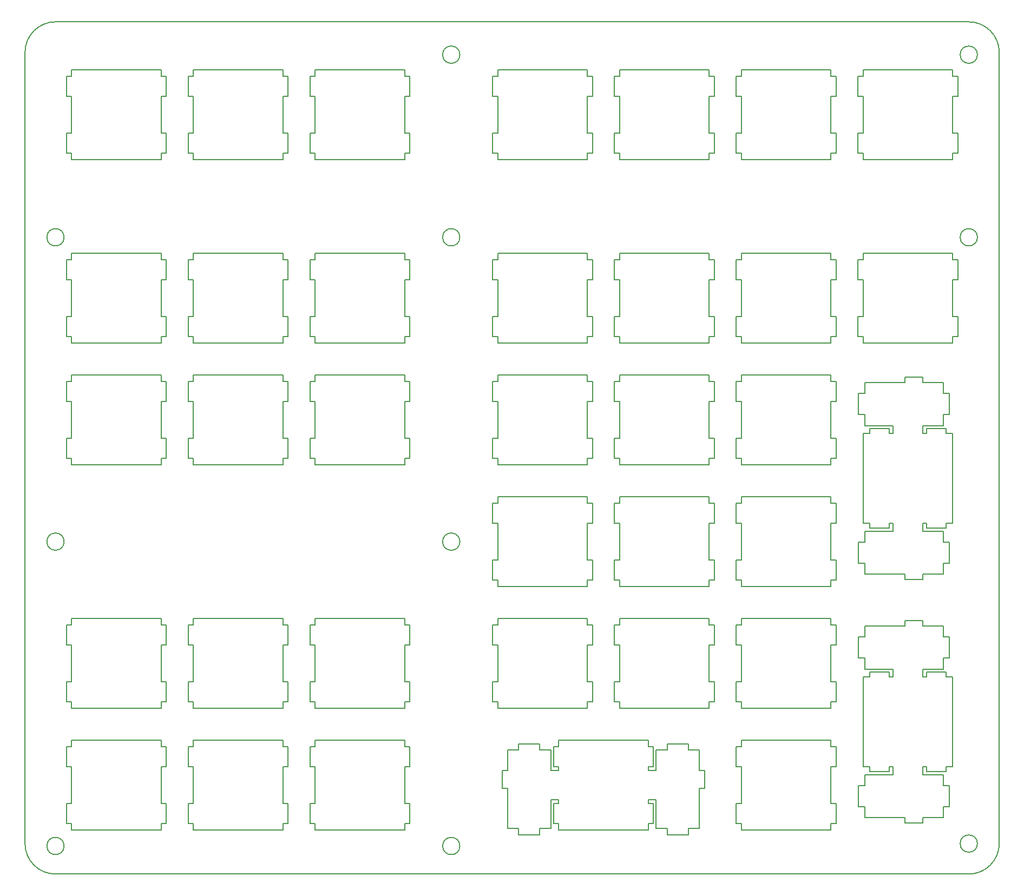
<source format=gbr>
%TF.GenerationSoftware,KiCad,Pcbnew,7.0.9*%
%TF.CreationDate,2023-12-19T13:09:28-08:00*%
%TF.ProjectId,Numpad-Plate,4e756d70-6164-42d5-906c-6174652e6b69,rev?*%
%TF.SameCoordinates,Original*%
%TF.FileFunction,Soldermask,Top*%
%TF.FilePolarity,Negative*%
%FSLAX46Y46*%
G04 Gerber Fmt 4.6, Leading zero omitted, Abs format (unit mm)*
G04 Created by KiCad (PCBNEW 7.0.9) date 2023-12-19 13:09:28*
%MOMM*%
%LPD*%
G01*
G04 APERTURE LIST*
%ADD10C,0.200000*%
G04 APERTURE END LIST*
D10*
X123099500Y-137704902D02*
X123099500Y-140934902D01*
X155424500Y-64134902D02*
X154624500Y-64134902D01*
X124824500Y-137704902D02*
X123099500Y-137704902D01*
X140624500Y-60034902D02*
X154624500Y-60034902D01*
X128124500Y-137704902D02*
X128124500Y-136784902D01*
X139824500Y-64134902D02*
X139824500Y-61034902D01*
X129849500Y-137704902D02*
X128124500Y-137704902D01*
X145899500Y-140334902D02*
X145099500Y-140334902D01*
X120774500Y-83184902D02*
X120774500Y-80084902D01*
X174474500Y-149234902D02*
X173674500Y-149234902D01*
X135574500Y-74034902D02*
X121574500Y-74034902D01*
X174474500Y-146134902D02*
X174474500Y-149234902D01*
X135574500Y-73034902D02*
X135574500Y-74034902D01*
X192724500Y-73034902D02*
X192724500Y-74034902D01*
X106999500Y-146134902D02*
X107799500Y-146134902D01*
X193524500Y-73034902D02*
X192724500Y-73034902D01*
X92199500Y-146134902D02*
X92999500Y-146134902D01*
X192724500Y-64134902D02*
X192724500Y-69934902D01*
X106999500Y-140334902D02*
X106999500Y-146134902D01*
X193524500Y-64134902D02*
X192724500Y-64134902D01*
X92999500Y-146134902D02*
X92999500Y-140334902D01*
X155424500Y-108034902D02*
X155424500Y-111134902D01*
X87949500Y-127084902D02*
X88749500Y-127084902D01*
X139824500Y-111134902D02*
X139824500Y-108034902D01*
X73149500Y-127084902D02*
X73949500Y-127084902D01*
X140624500Y-108034902D02*
X140624500Y-102234902D01*
X87949500Y-121284902D02*
X87949500Y-127084902D01*
X139824500Y-130184902D02*
X139824500Y-127084902D01*
X92199500Y-127084902D02*
X92999500Y-127084902D01*
X155424500Y-127084902D02*
X155424500Y-130184902D01*
X106999500Y-127084902D02*
X107799500Y-127084902D01*
X174474500Y-108034902D02*
X174474500Y-111134902D01*
X68899500Y-150234902D02*
X54899500Y-150234902D01*
X159674500Y-98134902D02*
X173674500Y-98134902D01*
X54899500Y-150234902D02*
X54899500Y-149234902D01*
X47612500Y-152386500D02*
X47612500Y-133337500D01*
X54899500Y-32335800D02*
X54899500Y-31335800D01*
X73949500Y-44335800D02*
X73149500Y-44335800D01*
X87949500Y-44335800D02*
X87949500Y-45335800D01*
X88749500Y-35435800D02*
X87949500Y-35435800D01*
X107799500Y-41235800D02*
X107799500Y-44335800D01*
X107799500Y-35435800D02*
X106999500Y-35435800D01*
X121574500Y-31335800D02*
X135574500Y-31335800D01*
X136374500Y-127084902D02*
X136374500Y-130184902D01*
X54899500Y-131184902D02*
X54899500Y-130184902D01*
X136374500Y-32335800D02*
X136374500Y-35435800D01*
X121574500Y-117184902D02*
X135574500Y-117184902D01*
X54899500Y-130184902D02*
X54099500Y-130184902D01*
X136374500Y-35435800D02*
X135574500Y-35435800D01*
X136374500Y-121284902D02*
X135574500Y-121284902D01*
X54099500Y-130184902D02*
X54099500Y-127084902D01*
X52375500Y-23799486D02*
G75*
G03*
X47612500Y-28562500I23J-4763023D01*
G01*
X135574500Y-35435800D02*
X135574500Y-41235800D01*
X121574500Y-130184902D02*
X120774500Y-130184902D01*
X54099500Y-127084902D02*
X54899500Y-127084902D01*
X135574500Y-41235800D02*
X136374500Y-41235800D01*
X120774500Y-127084902D02*
X121574500Y-127084902D01*
X54899500Y-127084902D02*
X54899500Y-121284902D01*
X136374500Y-41235800D02*
X136374500Y-44335800D01*
X121574500Y-131184902D02*
X121574500Y-130184902D01*
X54899500Y-121284902D02*
X54099500Y-121284902D01*
X136374500Y-44335800D02*
X135574500Y-44335800D01*
X135574500Y-118184902D02*
X136374500Y-118184902D01*
X54099500Y-121284902D02*
X54099500Y-118184902D01*
X135574500Y-44335800D02*
X135574500Y-45335800D01*
X115636500Y-28934902D02*
G75*
G03*
X115636500Y-28934902I-1350000J0D01*
G01*
X135574500Y-127084902D02*
X136374500Y-127084902D01*
X54099500Y-118184902D02*
X54899500Y-118184902D01*
X135574500Y-45335800D02*
X121574500Y-45335800D01*
X121574500Y-121284902D02*
X120774500Y-121284902D01*
X54899500Y-118184902D02*
X54899500Y-117184902D01*
X121574500Y-45335800D02*
X121574500Y-44335800D01*
X135574500Y-130184902D02*
X135574500Y-131184902D01*
X121574500Y-44335800D02*
X120774500Y-44335800D01*
X121574500Y-118184902D02*
X121574500Y-117184902D01*
X120774500Y-44335800D02*
X120774500Y-41235800D01*
X136374500Y-130184902D02*
X135574500Y-130184902D01*
X73949500Y-117184902D02*
X87949500Y-117184902D01*
X120774500Y-41235800D02*
X121574500Y-41235800D01*
X135574500Y-117184902D02*
X135574500Y-118184902D01*
X88749500Y-127084902D02*
X88749500Y-130184902D01*
X121574500Y-41235800D02*
X121574500Y-35435800D01*
X120774500Y-118184902D02*
X121574500Y-118184902D01*
X121574500Y-35435800D02*
X120774500Y-35435800D01*
X155424500Y-99134902D02*
X155424500Y-102234902D01*
X120774500Y-35435800D02*
X120774500Y-32335800D01*
X154624500Y-112134902D02*
X140624500Y-112134902D01*
X73149500Y-121284902D02*
X73149500Y-118184902D01*
X120774500Y-32335800D02*
X121574500Y-32335800D01*
X154624500Y-102234902D02*
X154624500Y-108034902D01*
X87949500Y-131184902D02*
X73949500Y-131184902D01*
X121574500Y-32335800D02*
X121574500Y-31335800D01*
X140624500Y-31335800D02*
X154624500Y-31335800D01*
X139824500Y-102234902D02*
X139824500Y-99134902D01*
X73149500Y-130184902D02*
X73149500Y-127084902D01*
X155424500Y-41235800D02*
X155424500Y-44335800D01*
X140624500Y-98134902D02*
X154624500Y-98134902D01*
X88749500Y-130184902D02*
X87949500Y-130184902D01*
X139824500Y-35435800D02*
X139824500Y-32335800D01*
X155424500Y-102234902D02*
X154624500Y-102234902D01*
X87949500Y-118184902D02*
X88749500Y-118184902D01*
X154624500Y-45335800D02*
X140624500Y-45335800D01*
X140624500Y-111134902D02*
X139824500Y-111134902D01*
X73949500Y-121284902D02*
X73149500Y-121284902D01*
X140624500Y-41235800D02*
X140624500Y-35435800D01*
X139824500Y-108034902D02*
X140624500Y-108034902D01*
X73149500Y-118184902D02*
X73949500Y-118184902D01*
X154624500Y-35435800D02*
X154624500Y-41235800D01*
X140624500Y-112134902D02*
X140624500Y-111134902D01*
X73949500Y-130184902D02*
X73149500Y-130184902D01*
X155424500Y-32335800D02*
X155424500Y-35435800D01*
X154624500Y-99134902D02*
X155424500Y-99134902D01*
X87949500Y-130184902D02*
X87949500Y-131184902D01*
X139824500Y-44335800D02*
X139824500Y-41235800D01*
X154624500Y-108034902D02*
X155424500Y-108034902D01*
X73949500Y-118184902D02*
X73949500Y-117184902D01*
X139824500Y-41235800D02*
X140624500Y-41235800D01*
X140624500Y-102234902D02*
X139824500Y-102234902D01*
X73949500Y-131184902D02*
X73949500Y-130184902D01*
X154624500Y-41235800D02*
X155424500Y-41235800D01*
X154624500Y-111134902D02*
X154624500Y-112134902D01*
X87949500Y-117184902D02*
X87949500Y-118184902D01*
X155424500Y-44335800D02*
X154624500Y-44335800D01*
X140624500Y-99134902D02*
X140624500Y-98134902D01*
X88749500Y-121284902D02*
X87949500Y-121284902D01*
X154624500Y-32335800D02*
X155424500Y-32335800D01*
X155424500Y-111134902D02*
X154624500Y-111134902D01*
X92999500Y-117184902D02*
X106999500Y-117184902D01*
X140624500Y-35435800D02*
X139824500Y-35435800D01*
X154624500Y-98134902D02*
X154624500Y-99134902D01*
X107799500Y-127084902D02*
X107799500Y-130184902D01*
X139824500Y-32335800D02*
X140624500Y-32335800D01*
X139824500Y-99134902D02*
X140624500Y-99134902D01*
X140624500Y-44335800D02*
X139824500Y-44335800D01*
X155424500Y-118184902D02*
X155424500Y-121284902D01*
X154624500Y-44335800D02*
X154624500Y-45335800D01*
X154624500Y-131184902D02*
X140624500Y-131184902D01*
X92199500Y-121284902D02*
X92199500Y-118184902D01*
X140624500Y-32335800D02*
X140624500Y-31335800D01*
X154624500Y-121284902D02*
X154624500Y-127084902D01*
X106999500Y-131184902D02*
X92999500Y-131184902D01*
X140624500Y-45335800D02*
X140624500Y-44335800D01*
X154624500Y-31335800D02*
X154624500Y-32335800D01*
X140624500Y-127084902D02*
X140624500Y-121284902D01*
X106999500Y-121284902D02*
X106999500Y-127084902D01*
X155424500Y-35435800D02*
X154624500Y-35435800D01*
X159674500Y-31335800D02*
X173674500Y-31335800D01*
X139824500Y-121284902D02*
X139824500Y-118184902D01*
X92199500Y-130184902D02*
X92199500Y-127084902D01*
X174474500Y-41235800D02*
X174474500Y-44335800D01*
X140624500Y-117184902D02*
X154624500Y-117184902D01*
X107799500Y-130184902D02*
X106999500Y-130184902D01*
X158874500Y-35435800D02*
X158874500Y-32335800D01*
X155424500Y-121284902D02*
X154624500Y-121284902D01*
X106999500Y-118184902D02*
X107799500Y-118184902D01*
X173674500Y-45335800D02*
X159674500Y-45335800D01*
X140624500Y-130184902D02*
X139824500Y-130184902D01*
X92999500Y-121284902D02*
X92199500Y-121284902D01*
X159674500Y-41235800D02*
X159674500Y-35435800D01*
X139824500Y-127084902D02*
X140624500Y-127084902D01*
X92199500Y-118184902D02*
X92999500Y-118184902D01*
X173674500Y-35435800D02*
X173674500Y-41235800D01*
X140624500Y-131184902D02*
X140624500Y-130184902D01*
X92999500Y-130184902D02*
X92199500Y-130184902D01*
X174474500Y-32335800D02*
X174474500Y-35435800D01*
X154624500Y-118184902D02*
X155424500Y-118184902D01*
X106999500Y-130184902D02*
X106999500Y-131184902D01*
X158874500Y-44335800D02*
X158874500Y-41235800D01*
X154624500Y-127084902D02*
X155424500Y-127084902D01*
X92999500Y-118184902D02*
X92999500Y-117184902D01*
X158874500Y-41235800D02*
X159674500Y-41235800D01*
X140624500Y-121284902D02*
X139824500Y-121284902D01*
X92999500Y-131184902D02*
X92999500Y-130184902D01*
X173674500Y-41235800D02*
X174474500Y-41235800D01*
X154624500Y-130184902D02*
X154624500Y-131184902D01*
X106999500Y-117184902D02*
X106999500Y-118184902D01*
X174474500Y-44335800D02*
X173674500Y-44335800D01*
X140624500Y-118184902D02*
X140624500Y-117184902D01*
X107799500Y-121284902D02*
X106999500Y-121284902D01*
X173674500Y-32335800D02*
X174474500Y-32335800D01*
X155424500Y-130184902D02*
X154624500Y-130184902D01*
X159674500Y-35435800D02*
X158874500Y-35435800D01*
X154624500Y-117184902D02*
X154624500Y-118184902D01*
X54899500Y-136234902D02*
X68899500Y-136234902D01*
X158874500Y-32335800D02*
X159674500Y-32335800D01*
X139824500Y-118184902D02*
X140624500Y-118184902D01*
X68899500Y-136234902D02*
X68899500Y-137234902D01*
X159674500Y-44335800D02*
X158874500Y-44335800D01*
X174474500Y-99134902D02*
X174474500Y-102234902D01*
X68899500Y-137234902D02*
X69699500Y-137234902D01*
X173674500Y-44335800D02*
X173674500Y-45335800D01*
X173674500Y-112134902D02*
X159674500Y-112134902D01*
X69699500Y-137234902D02*
X69699500Y-140334902D01*
X159674500Y-32335800D02*
X159674500Y-31335800D01*
X173674500Y-102234902D02*
X173674500Y-108034902D01*
X69699500Y-140334902D02*
X68899500Y-140334902D01*
X159674500Y-45335800D02*
X159674500Y-44335800D01*
X173674500Y-31335800D02*
X173674500Y-32335800D01*
X159674500Y-108034902D02*
X159674500Y-102234902D01*
X68899500Y-146134902D02*
X69699500Y-146134902D01*
X174474500Y-35435800D02*
X173674500Y-35435800D01*
X158874500Y-102234902D02*
X158874500Y-99134902D01*
X69699500Y-149234902D02*
X68899500Y-149234902D01*
X178724500Y-31335800D02*
X192724500Y-31335800D01*
X158874500Y-111134902D02*
X158874500Y-108034902D01*
X68899500Y-149234902D02*
X68899500Y-150234902D01*
X193524500Y-41235800D02*
X193524500Y-44335800D01*
X174474500Y-102234902D02*
X173674500Y-102234902D01*
X54899500Y-149234902D02*
X54099500Y-149234902D01*
X177924500Y-35435800D02*
X177924500Y-32335800D01*
X159674500Y-111134902D02*
X158874500Y-111134902D01*
X54099500Y-149234902D02*
X54099500Y-146134902D01*
X192724500Y-45335800D02*
X178724500Y-45335800D01*
X158874500Y-108034902D02*
X159674500Y-108034902D01*
X54099500Y-146134902D02*
X54899500Y-146134902D01*
X178724500Y-41235800D02*
X178724500Y-35435800D01*
X159674500Y-112134902D02*
X159674500Y-111134902D01*
X54899500Y-146134902D02*
X54899500Y-140334902D01*
X192724500Y-35435800D02*
X192724500Y-41235800D01*
X173674500Y-99134902D02*
X174474500Y-99134902D01*
X54899500Y-140334902D02*
X54099500Y-140334902D01*
X193524500Y-32335800D02*
X193524500Y-35435800D01*
X173674500Y-108034902D02*
X174474500Y-108034902D01*
X54099500Y-140334902D02*
X54099500Y-137234902D01*
X177924500Y-44335800D02*
X177924500Y-41235800D01*
X159674500Y-102234902D02*
X158874500Y-102234902D01*
X54099500Y-137234902D02*
X54899500Y-137234902D01*
X177924500Y-41235800D02*
X178724500Y-41235800D01*
X173674500Y-111134902D02*
X173674500Y-112134902D01*
X54899500Y-137234902D02*
X54899500Y-136234902D01*
X192724500Y-41235800D02*
X193524500Y-41235800D01*
X159674500Y-99134902D02*
X159674500Y-98134902D01*
X193524500Y-44335800D02*
X192724500Y-44335800D01*
X174474500Y-111134902D02*
X173674500Y-111134902D01*
X192724500Y-32335800D02*
X193524500Y-32335800D01*
X173674500Y-98134902D02*
X173674500Y-99134902D01*
X73949500Y-136234902D02*
X87949500Y-136234902D01*
X178724500Y-35435800D02*
X177924500Y-35435800D01*
X158874500Y-99134902D02*
X159674500Y-99134902D01*
X88749500Y-146134902D02*
X88749500Y-149234902D01*
X177924500Y-32335800D02*
X178724500Y-32335800D01*
X174474500Y-118184902D02*
X174474500Y-121284902D01*
X178724500Y-44335800D02*
X177924500Y-44335800D01*
X173674500Y-131184902D02*
X159674500Y-131184902D01*
X192724500Y-44335800D02*
X192724500Y-45335800D01*
X173674500Y-121284902D02*
X173674500Y-127084902D01*
X73149500Y-140334902D02*
X73149500Y-137234902D01*
X178724500Y-32335800D02*
X178724500Y-31335800D01*
X178724500Y-45335800D02*
X178724500Y-44335800D01*
X159674500Y-127084902D02*
X159674500Y-121284902D01*
X73949500Y-146134902D02*
X73949500Y-140334902D01*
X192724500Y-31335800D02*
X192724500Y-32335800D01*
X193524500Y-35435800D02*
X192724500Y-35435800D01*
X158874500Y-121284902D02*
X158874500Y-118184902D01*
X88749500Y-137234902D02*
X88749500Y-140334902D01*
X54899500Y-60034902D02*
X68899500Y-60034902D01*
X158874500Y-130184902D02*
X158874500Y-127084902D01*
X73149500Y-149234902D02*
X73149500Y-146134902D01*
X68899500Y-60034902D02*
X68899500Y-61034902D01*
X174474500Y-127084902D02*
X174474500Y-130184902D01*
X73149500Y-146134902D02*
X73949500Y-146134902D01*
X68899500Y-61034902D02*
X69699500Y-61034902D01*
X159674500Y-117184902D02*
X173674500Y-117184902D01*
X87949500Y-146134902D02*
X88749500Y-146134902D01*
X69699500Y-61034902D02*
X69699500Y-64134902D01*
X174474500Y-121284902D02*
X173674500Y-121284902D01*
X88749500Y-149234902D02*
X87949500Y-149234902D01*
X69699500Y-64134902D02*
X68899500Y-64134902D01*
X159674500Y-130184902D02*
X158874500Y-130184902D01*
X87949500Y-137234902D02*
X88749500Y-137234902D01*
X68899500Y-64134902D02*
X68899500Y-69934902D01*
X158874500Y-127084902D02*
X159674500Y-127084902D01*
X73949500Y-140334902D02*
X73149500Y-140334902D01*
X68899500Y-69934902D02*
X69699500Y-69934902D01*
X159674500Y-131184902D02*
X159674500Y-130184902D01*
X73149500Y-137234902D02*
X73949500Y-137234902D01*
X69699500Y-69934902D02*
X69699500Y-73034902D01*
X173674500Y-118184902D02*
X174474500Y-118184902D01*
X73949500Y-149234902D02*
X73149500Y-149234902D01*
X69699500Y-73034902D02*
X68899500Y-73034902D01*
X173674500Y-127084902D02*
X174474500Y-127084902D01*
X87949500Y-149234902D02*
X87949500Y-150234902D01*
X68899500Y-73034902D02*
X68899500Y-74034902D01*
X159674500Y-121284902D02*
X158874500Y-121284902D01*
X73949500Y-137234902D02*
X73949500Y-136234902D01*
X68899500Y-74034902D02*
X54899500Y-74034902D01*
X173674500Y-130184902D02*
X173674500Y-131184902D01*
X73949500Y-150234902D02*
X73949500Y-149234902D01*
X54899500Y-74034902D02*
X54899500Y-73034902D01*
X159674500Y-118184902D02*
X159674500Y-117184902D01*
X87949500Y-136234902D02*
X87949500Y-137234902D01*
X54899500Y-73034902D02*
X54099500Y-73034902D01*
X174474500Y-130184902D02*
X173674500Y-130184902D01*
X88749500Y-140334902D02*
X87949500Y-140334902D01*
X54099500Y-73034902D02*
X54099500Y-69934902D01*
X173674500Y-117184902D02*
X173674500Y-118184902D01*
X92999500Y-136234902D02*
X106999500Y-136234902D01*
X54099500Y-69934902D02*
X54899500Y-69934902D01*
X158874500Y-118184902D02*
X159674500Y-118184902D01*
X107799500Y-146134902D02*
X107799500Y-149234902D01*
X54899500Y-69934902D02*
X54899500Y-64134902D01*
X178724500Y-60034902D02*
X192724500Y-60034902D01*
X54899500Y-64134902D02*
X54099500Y-64134902D01*
X192724500Y-60034902D02*
X192724500Y-61034902D01*
X54099500Y-64134902D02*
X54099500Y-61034902D01*
X192724500Y-61034902D02*
X193524500Y-61034902D01*
X92199500Y-140334902D02*
X92199500Y-137234902D01*
X54099500Y-61034902D02*
X54899500Y-61034902D01*
X193524500Y-61034902D02*
X193524500Y-64134902D01*
X106999500Y-150234902D02*
X92999500Y-150234902D01*
X54899500Y-61034902D02*
X54899500Y-60034902D01*
X192724500Y-69934902D02*
X193524500Y-69934902D01*
X107799500Y-137234902D02*
X107799500Y-140334902D01*
X73949500Y-60034902D02*
X87949500Y-60034902D01*
X193524500Y-69934902D02*
X193524500Y-73034902D01*
X92199500Y-149234902D02*
X92199500Y-146134902D01*
X88749500Y-69934902D02*
X88749500Y-73034902D01*
X192724500Y-74034902D02*
X178724500Y-74034902D01*
X107799500Y-149234902D02*
X106999500Y-149234902D01*
X73149500Y-64134902D02*
X73149500Y-61034902D01*
X178724500Y-74034902D02*
X178724500Y-73034902D01*
X106999500Y-137234902D02*
X107799500Y-137234902D01*
X87949500Y-74034902D02*
X73949500Y-74034902D01*
X178724500Y-73034902D02*
X177924500Y-73034902D01*
X92999500Y-140334902D02*
X92199500Y-140334902D01*
X73949500Y-69934902D02*
X73949500Y-64134902D01*
X177924500Y-73034902D02*
X177924500Y-69934902D01*
X92199500Y-137234902D02*
X92999500Y-137234902D01*
X87949500Y-64134902D02*
X87949500Y-69934902D01*
X177924500Y-69934902D02*
X178724500Y-69934902D01*
X92999500Y-149234902D02*
X92199500Y-149234902D01*
X88749500Y-61034902D02*
X88749500Y-64134902D01*
X178724500Y-69934902D02*
X178724500Y-64134902D01*
X106999500Y-149234902D02*
X106999500Y-150234902D01*
X73149500Y-73034902D02*
X73149500Y-69934902D01*
X178724500Y-64134902D02*
X177924500Y-64134902D01*
X92999500Y-137234902D02*
X92999500Y-136234902D01*
X73149500Y-69934902D02*
X73949500Y-69934902D01*
X177924500Y-64134902D02*
X177924500Y-61034902D01*
X92999500Y-150234902D02*
X92999500Y-149234902D01*
X196599500Y-57509902D02*
G75*
G03*
X196599500Y-57509902I-1350000J0D01*
G01*
X87949500Y-69934902D02*
X88749500Y-69934902D01*
X177924500Y-61034902D02*
X178724500Y-61034902D01*
X106999500Y-136234902D02*
X106999500Y-137234902D01*
X88749500Y-73034902D02*
X87949500Y-73034902D01*
X178724500Y-61034902D02*
X178724500Y-60034902D01*
X107799500Y-140334902D02*
X106999500Y-140334902D01*
X87949500Y-61034902D02*
X88749500Y-61034902D01*
X73949500Y-64134902D02*
X73149500Y-64134902D01*
X73149500Y-61034902D02*
X73949500Y-61034902D01*
X53723500Y-152761902D02*
G75*
G03*
X53723500Y-152761902I-1350000J0D01*
G01*
X73949500Y-73034902D02*
X73149500Y-73034902D01*
X159674500Y-136234902D02*
X173674500Y-136234902D01*
X135574500Y-61034902D02*
X136374500Y-61034902D01*
X87949500Y-73034902D02*
X87949500Y-74034902D01*
X173674500Y-136234902D02*
X173674500Y-137234902D01*
X136374500Y-61034902D02*
X136374500Y-64134902D01*
X73949500Y-61034902D02*
X73949500Y-60034902D01*
X173674500Y-137234902D02*
X174474500Y-137234902D01*
X136374500Y-64134902D02*
X135574500Y-64134902D01*
X73949500Y-74034902D02*
X73949500Y-73034902D01*
X174474500Y-137234902D02*
X174474500Y-140334902D01*
X135574500Y-64134902D02*
X135574500Y-69934902D01*
X87949500Y-60034902D02*
X87949500Y-61034902D01*
X174474500Y-140334902D02*
X173674500Y-140334902D01*
X135574500Y-69934902D02*
X136374500Y-69934902D01*
X88749500Y-64134902D02*
X87949500Y-64134902D01*
X173674500Y-140334902D02*
X173674500Y-146134902D01*
X136374500Y-69934902D02*
X136374500Y-73034902D01*
X53723500Y-57509902D02*
G75*
G03*
X53723500Y-57509902I-1350000J0D01*
G01*
X92999500Y-60034902D02*
X106999500Y-60034902D01*
X173674500Y-146134902D02*
X174474500Y-146134902D01*
X136374500Y-73034902D02*
X135574500Y-73034902D01*
X107799500Y-69934902D02*
X107799500Y-73034902D01*
X173674500Y-149234902D02*
X173674500Y-150234902D01*
X121574500Y-74034902D02*
X121574500Y-73034902D01*
X92199500Y-64134902D02*
X92199500Y-61034902D01*
X154624500Y-93084902D02*
X140624500Y-93084902D01*
X173674500Y-150234902D02*
X159674500Y-150234902D01*
X121574500Y-73034902D02*
X120774500Y-73034902D01*
X106999500Y-74034902D02*
X92999500Y-74034902D01*
X154624500Y-83184902D02*
X154624500Y-88984902D01*
X159674500Y-150234902D02*
X159674500Y-149234902D01*
X120774500Y-73034902D02*
X120774500Y-69934902D01*
X92999500Y-69934902D02*
X92999500Y-64134902D01*
X159674500Y-149234902D02*
X158874500Y-149234902D01*
X120774500Y-69934902D02*
X121574500Y-69934902D01*
X106999500Y-64134902D02*
X106999500Y-69934902D01*
X140624500Y-88984902D02*
X140624500Y-83184902D01*
X158874500Y-149234902D02*
X158874500Y-146134902D01*
X121574500Y-69934902D02*
X121574500Y-64134902D01*
X107799500Y-61034902D02*
X107799500Y-64134902D01*
X158874500Y-146134902D02*
X159674500Y-146134902D01*
X121574500Y-64134902D02*
X120774500Y-64134902D01*
X92199500Y-73034902D02*
X92199500Y-69934902D01*
X139824500Y-83184902D02*
X139824500Y-80084902D01*
X159674500Y-146134902D02*
X159674500Y-140334902D01*
X120774500Y-64134902D02*
X120774500Y-61034902D01*
X92199500Y-69934902D02*
X92999500Y-69934902D01*
X139824500Y-92084902D02*
X139824500Y-88984902D01*
X159674500Y-140334902D02*
X158874500Y-140334902D01*
X120774500Y-61034902D02*
X121574500Y-61034902D01*
X106999500Y-69934902D02*
X107799500Y-69934902D01*
X155424500Y-88984902D02*
X155424500Y-92084902D01*
X121574500Y-60034902D02*
X135574500Y-60034902D01*
X135574500Y-60034902D02*
X135574500Y-61034902D01*
X121574500Y-61034902D02*
X121574500Y-60034902D01*
X158874500Y-140334902D02*
X158874500Y-137234902D01*
X136374500Y-80084902D02*
X136374500Y-83184902D01*
X135574500Y-93084902D02*
X121574500Y-93084902D01*
X135574500Y-83184902D02*
X135574500Y-88984902D01*
X131099500Y-136234902D02*
X145099500Y-136234902D01*
X121574500Y-88984902D02*
X121574500Y-83184902D01*
X145099500Y-137234902D02*
X145899500Y-137234902D01*
X120774500Y-92084902D02*
X120774500Y-88984902D01*
X136374500Y-88984902D02*
X136374500Y-92084902D01*
X145099500Y-146134902D02*
X145899500Y-146134902D01*
X121574500Y-79084902D02*
X135574500Y-79084902D01*
X145899500Y-146134902D02*
X145899500Y-149234902D01*
X136374500Y-83184902D02*
X135574500Y-83184902D01*
X145899500Y-149234902D02*
X145099500Y-149234902D01*
X135574500Y-80084902D02*
X136374500Y-80084902D01*
X131099500Y-149234902D02*
X130299500Y-149234902D01*
X121574500Y-83184902D02*
X120774500Y-83184902D01*
X130299500Y-146134902D02*
X131099500Y-146134902D01*
X154624500Y-61034902D02*
X155424500Y-61034902D01*
X123099500Y-143734902D02*
X123099500Y-150004902D01*
X140624500Y-64134902D02*
X139824500Y-64134902D01*
X124824500Y-150004902D02*
X124824500Y-150984902D01*
X121574500Y-92084902D02*
X120774500Y-92084902D01*
X145099500Y-149234902D02*
X145099500Y-150234902D01*
X155424500Y-80084902D02*
X155424500Y-83184902D01*
X120774500Y-88984902D02*
X121574500Y-88984902D01*
X145099500Y-150234902D02*
X131099500Y-150234902D01*
X121574500Y-93084902D02*
X121574500Y-92084902D01*
X131099500Y-150234902D02*
X131099500Y-149234902D01*
X135574500Y-88984902D02*
X136374500Y-88984902D01*
X130299500Y-149234902D02*
X130299500Y-146134902D01*
X135574500Y-92084902D02*
X135574500Y-93084902D01*
X121574500Y-80084902D02*
X121574500Y-79084902D01*
X131099500Y-140334902D02*
X130299500Y-140334902D01*
X136374500Y-92084902D02*
X135574500Y-92084902D01*
X130299500Y-140334902D02*
X130299500Y-137234902D01*
X135574500Y-79084902D02*
X135574500Y-80084902D01*
X130299500Y-137234902D02*
X131099500Y-137234902D01*
X140624500Y-79084902D02*
X154624500Y-79084902D01*
X107799500Y-73034902D02*
X106999500Y-73034902D01*
X73949500Y-41235800D02*
X73949500Y-35435800D01*
X158874500Y-88984902D02*
X159674500Y-88984902D01*
X73949500Y-83184902D02*
X73149500Y-83184902D01*
X88749500Y-32335800D02*
X88749500Y-35435800D01*
X173674500Y-80084902D02*
X174474500Y-80084902D01*
X73949500Y-92084902D02*
X73149500Y-92084902D01*
X122274500Y-140934902D02*
X122274500Y-143734902D01*
X139824500Y-69934902D02*
X140624500Y-69934902D01*
X87949500Y-93084902D02*
X73949500Y-93084902D01*
X87949500Y-41235800D02*
X88749500Y-41235800D01*
X173674500Y-92084902D02*
X173674500Y-93084902D01*
X73949500Y-93084902D02*
X73949500Y-92084902D01*
X123099500Y-150004902D02*
X124824500Y-150004902D01*
X154624500Y-69934902D02*
X155424500Y-69934902D01*
X88749500Y-80084902D02*
X88749500Y-83184902D01*
X158874500Y-83184902D02*
X158874500Y-80084902D01*
X88749500Y-44335800D02*
X87949500Y-44335800D01*
X159674500Y-80084902D02*
X159674500Y-79084902D01*
X87949500Y-79084902D02*
X87949500Y-80084902D01*
X115636500Y-57509902D02*
G75*
G03*
X115636500Y-57509902I-1350000J0D01*
G01*
X73149500Y-92084902D02*
X73149500Y-88984902D01*
X158874500Y-92084902D02*
X158874500Y-88984902D01*
X87949500Y-32335800D02*
X88749500Y-32335800D01*
X174474500Y-92084902D02*
X173674500Y-92084902D01*
X88749500Y-83184902D02*
X87949500Y-83184902D01*
X124824500Y-150984902D02*
X128124500Y-150984902D01*
X154624500Y-73034902D02*
X154624500Y-74034902D01*
X73149500Y-88984902D02*
X73949500Y-88984902D01*
X174474500Y-88984902D02*
X174474500Y-92084902D01*
X73949500Y-35435800D02*
X73149500Y-35435800D01*
X173674500Y-79084902D02*
X173674500Y-80084902D01*
X92999500Y-79084902D02*
X106999500Y-79084902D01*
X128124500Y-150984902D02*
X128124500Y-150004902D01*
X140624500Y-61034902D02*
X140624500Y-60034902D01*
X87949500Y-88984902D02*
X88749500Y-88984902D01*
X159674500Y-79084902D02*
X173674500Y-79084902D01*
X73149500Y-32335800D02*
X73949500Y-32335800D01*
X158874500Y-80084902D02*
X159674500Y-80084902D01*
X107799500Y-88984902D02*
X107799500Y-92084902D01*
X128124500Y-150004902D02*
X129849500Y-150004902D01*
X155424500Y-73034902D02*
X154624500Y-73034902D01*
X88749500Y-92084902D02*
X87949500Y-92084902D01*
X174474500Y-83184902D02*
X173674500Y-83184902D01*
X73949500Y-32335800D02*
X73949500Y-31335800D01*
X136374500Y-99134902D02*
X136374500Y-102234902D01*
X92199500Y-83184902D02*
X92199500Y-80084902D01*
X131099500Y-145534902D02*
X131099500Y-146134902D01*
X73149500Y-80084902D02*
X73949500Y-80084902D01*
X159674500Y-93084902D02*
X159674500Y-92084902D01*
X73949500Y-45335800D02*
X73949500Y-44335800D01*
X135574500Y-112134902D02*
X121574500Y-112134902D01*
X106999500Y-93084902D02*
X92999500Y-93084902D01*
X145099500Y-140934902D02*
X146349500Y-140934902D01*
X87949500Y-31335800D02*
X87949500Y-32335800D01*
X135574500Y-102234902D02*
X135574500Y-108034902D01*
X92999500Y-88984902D02*
X92999500Y-83184902D01*
X146349500Y-140934902D02*
X146349500Y-137704902D01*
X87949500Y-92084902D02*
X87949500Y-93084902D01*
X173674500Y-88984902D02*
X174474500Y-88984902D01*
X92999500Y-31335800D02*
X106999500Y-31335800D01*
X121574500Y-108034902D02*
X121574500Y-102234902D01*
X107799500Y-80084902D02*
X107799500Y-83184902D01*
X120774500Y-102234902D02*
X120774500Y-99134902D01*
X92199500Y-88984902D02*
X92999500Y-88984902D01*
X120774500Y-111134902D02*
X120774500Y-108034902D01*
X106999500Y-88984902D02*
X107799500Y-88984902D01*
X92199500Y-35435800D02*
X92199500Y-32335800D01*
X136374500Y-108034902D02*
X136374500Y-111134902D01*
X107799500Y-92084902D02*
X106999500Y-92084902D01*
X106999500Y-45335800D02*
X92999500Y-45335800D01*
X121574500Y-98134902D02*
X135574500Y-98134902D01*
X106999500Y-80084902D02*
X107799500Y-80084902D01*
X92999500Y-41235800D02*
X92999500Y-35435800D01*
X136374500Y-102234902D02*
X135574500Y-102234902D01*
X92999500Y-83184902D02*
X92199500Y-83184902D01*
X106999500Y-35435800D02*
X106999500Y-41235800D01*
X121574500Y-111134902D02*
X120774500Y-111134902D01*
X92199500Y-80084902D02*
X92999500Y-80084902D01*
X92999500Y-45335800D02*
X92999500Y-44335800D01*
X135574500Y-131184902D02*
X121574500Y-131184902D01*
X69699500Y-121284902D02*
X68899500Y-121284902D01*
X92999500Y-92084902D02*
X92199500Y-92084902D01*
X120774500Y-108034902D02*
X121574500Y-108034902D01*
X154624500Y-74034902D02*
X140624500Y-74034902D01*
X139824500Y-88984902D02*
X140624500Y-88984902D01*
X92199500Y-61034902D02*
X92999500Y-61034902D01*
X106999500Y-31335800D02*
X106999500Y-32335800D01*
X135574500Y-121284902D02*
X135574500Y-127084902D01*
X68899500Y-121284902D02*
X68899500Y-127084902D01*
X106999500Y-92084902D02*
X106999500Y-93084902D01*
X121574500Y-112134902D02*
X121574500Y-111134902D01*
X154624500Y-64134902D02*
X154624500Y-69934902D01*
X131099500Y-140334902D02*
X131099500Y-140934902D01*
X140624500Y-93084902D02*
X140624500Y-92084902D01*
X92999500Y-73034902D02*
X92199500Y-73034902D01*
X87949500Y-35435800D02*
X87949500Y-41235800D01*
X123099500Y-140934902D02*
X122274500Y-140934902D01*
X140624500Y-73034902D02*
X139824500Y-73034902D01*
X73149500Y-83184902D02*
X73149500Y-80084902D01*
X173674500Y-83184902D02*
X173674500Y-88984902D01*
X121574500Y-127084902D02*
X121574500Y-121284902D01*
X69699500Y-127084902D02*
X69699500Y-130184902D01*
X92999500Y-93084902D02*
X92999500Y-92084902D01*
X135574500Y-108034902D02*
X136374500Y-108034902D01*
X140624500Y-69934902D02*
X140624500Y-64134902D01*
X129849500Y-140934902D02*
X129849500Y-137704902D01*
X154624500Y-88984902D02*
X155424500Y-88984902D01*
X92999500Y-61034902D02*
X92999500Y-60034902D01*
X92999500Y-32335800D02*
X92999500Y-31335800D01*
X136374500Y-118184902D02*
X136374500Y-121284902D01*
X69699500Y-118184902D02*
X69699500Y-121284902D01*
X155424500Y-61034902D02*
X155424500Y-64134902D01*
X140624500Y-92084902D02*
X139824500Y-92084902D01*
X92999500Y-64134902D02*
X92199500Y-64134902D01*
X73149500Y-41235800D02*
X73949500Y-41235800D01*
X159674500Y-83184902D02*
X158874500Y-83184902D01*
X73949500Y-80084902D02*
X73949500Y-79084902D01*
X87949500Y-83184902D02*
X87949500Y-88984902D01*
X135574500Y-32335800D02*
X136374500Y-32335800D01*
X120774500Y-130184902D02*
X120774500Y-127084902D01*
X68899500Y-131184902D02*
X54899500Y-131184902D01*
X139824500Y-73034902D02*
X139824500Y-69934902D01*
X128124500Y-136784902D02*
X124824500Y-136784902D01*
X140624500Y-80084902D02*
X140624500Y-79084902D01*
X107799500Y-64134902D02*
X106999500Y-64134902D01*
X107799500Y-32335800D02*
X107799500Y-35435800D01*
X73149500Y-44335800D02*
X73149500Y-41235800D01*
X122274500Y-143734902D02*
X123099500Y-143734902D01*
X140624500Y-74034902D02*
X140624500Y-73034902D01*
X73949500Y-88984902D02*
X73949500Y-83184902D01*
X159674500Y-88984902D02*
X159674500Y-83184902D01*
X135574500Y-31335800D02*
X135574500Y-32335800D01*
X120774500Y-121284902D02*
X120774500Y-118184902D01*
X68899500Y-130184902D02*
X68899500Y-131184902D01*
X107799500Y-83184902D02*
X106999500Y-83184902D01*
X135574500Y-111134902D02*
X135574500Y-112134902D01*
X154624500Y-92084902D02*
X154624500Y-93084902D01*
X106999500Y-60034902D02*
X106999500Y-61034902D01*
X106999500Y-44335800D02*
X106999500Y-45335800D01*
X120774500Y-99134902D02*
X121574500Y-99134902D01*
X68899500Y-118184902D02*
X69699500Y-118184902D01*
X120774500Y-80084902D02*
X121574500Y-80084902D01*
X131099500Y-137234902D02*
X131099500Y-136234902D01*
X155424500Y-83184902D02*
X154624500Y-83184902D01*
X106999500Y-61034902D02*
X107799500Y-61034902D01*
X92999500Y-44335800D02*
X92199500Y-44335800D01*
X135574500Y-98134902D02*
X135574500Y-99134902D01*
X68899500Y-117184902D02*
X68899500Y-118184902D01*
X92199500Y-32335800D02*
X92999500Y-32335800D01*
X136374500Y-111134902D02*
X135574500Y-111134902D01*
X54899500Y-117184902D02*
X68899500Y-117184902D01*
X92999500Y-35435800D02*
X92199500Y-35435800D01*
X121574500Y-99134902D02*
X121574500Y-98134902D01*
X106999500Y-32335800D02*
X107799500Y-32335800D01*
X107799500Y-44335800D02*
X106999500Y-44335800D01*
X121574500Y-102234902D02*
X120774500Y-102234902D01*
X106999500Y-79084902D02*
X106999500Y-80084902D01*
X92199500Y-92084902D02*
X92199500Y-88984902D01*
X106999500Y-41235800D02*
X107799500Y-41235800D01*
X92199500Y-41235800D02*
X92999500Y-41235800D01*
X135574500Y-99134902D02*
X136374500Y-99134902D01*
X92999500Y-80084902D02*
X92999500Y-79084902D01*
X106999500Y-83184902D02*
X106999500Y-88984902D01*
X92199500Y-44335800D02*
X92199500Y-41235800D01*
X87949500Y-45335800D02*
X73949500Y-45335800D01*
X159674500Y-92084902D02*
X158874500Y-92084902D01*
X87949500Y-80084902D02*
X88749500Y-80084902D01*
X73149500Y-35435800D02*
X73149500Y-32335800D01*
X124824500Y-136784902D02*
X124824500Y-137704902D01*
X155424500Y-69934902D02*
X155424500Y-73034902D01*
X88749500Y-88984902D02*
X88749500Y-92084902D01*
X158874500Y-61034902D02*
X159674500Y-61034902D01*
X73949500Y-79084902D02*
X87949500Y-79084902D01*
X173674500Y-60034902D02*
X173674500Y-61034902D01*
X88749500Y-41235800D02*
X88749500Y-44335800D01*
X73949500Y-31335800D02*
X87949500Y-31335800D01*
X54899500Y-80084902D02*
X54899500Y-79084902D01*
X173674500Y-73034902D02*
X173674500Y-74034902D01*
X54099500Y-83184902D02*
X54099500Y-80084902D01*
X173674500Y-69934902D02*
X174474500Y-69934902D01*
X54099500Y-32335800D02*
X54899500Y-32335800D01*
X54899500Y-88984902D02*
X54899500Y-83184902D01*
X159674500Y-74034902D02*
X159674500Y-73034902D01*
X54099500Y-35435800D02*
X54099500Y-32335800D01*
X173674500Y-93084902D02*
X159674500Y-93084902D01*
X54099500Y-88984902D02*
X54899500Y-88984902D01*
X158874500Y-69934902D02*
X159674500Y-69934902D01*
X54899500Y-35435800D02*
X54099500Y-35435800D01*
X174474500Y-80084902D02*
X174474500Y-83184902D01*
X54099500Y-92084902D02*
X54099500Y-88984902D01*
X159674500Y-73034902D02*
X158874500Y-73034902D01*
X54899500Y-41235800D02*
X54899500Y-35435800D01*
X54899500Y-92084902D02*
X54099500Y-92084902D01*
X174474500Y-64134902D02*
X173674500Y-64134902D01*
X54099500Y-41235800D02*
X54899500Y-41235800D01*
X54899500Y-93084902D02*
X54899500Y-92084902D01*
X159674500Y-60034902D02*
X173674500Y-60034902D01*
X54099500Y-44335800D02*
X54099500Y-41235800D01*
X174474500Y-73034902D02*
X173674500Y-73034902D01*
X68899500Y-93084902D02*
X54899500Y-93084902D01*
X174474500Y-69934902D02*
X174474500Y-73034902D01*
X54899500Y-44335800D02*
X54099500Y-44335800D01*
X159674500Y-61034902D02*
X159674500Y-60034902D01*
X68899500Y-92084902D02*
X68899500Y-93084902D01*
X158874500Y-73034902D02*
X158874500Y-69934902D01*
X54899500Y-45335800D02*
X54899500Y-44335800D01*
X69699500Y-92084902D02*
X68899500Y-92084902D01*
X158874500Y-64134902D02*
X158874500Y-61034902D01*
X68899500Y-45335800D02*
X54899500Y-45335800D01*
X159674500Y-64134902D02*
X158874500Y-64134902D01*
X54099500Y-80084902D02*
X54899500Y-80084902D01*
X69699500Y-88984902D02*
X69699500Y-92084902D01*
X68899500Y-44335800D02*
X68899500Y-45335800D01*
X68899500Y-88984902D02*
X69699500Y-88984902D01*
X159674500Y-69934902D02*
X159674500Y-64134902D01*
X69699500Y-44335800D02*
X68899500Y-44335800D01*
X173674500Y-61034902D02*
X174474500Y-61034902D01*
X54899500Y-83184902D02*
X54099500Y-83184902D01*
X68899500Y-83184902D02*
X68899500Y-88984902D01*
X69699500Y-41235800D02*
X69699500Y-44335800D01*
X69699500Y-83184902D02*
X68899500Y-83184902D01*
X173674500Y-64134902D02*
X173674500Y-69934902D01*
X68899500Y-41235800D02*
X69699500Y-41235800D01*
X69699500Y-80084902D02*
X69699500Y-83184902D01*
X173674500Y-74034902D02*
X159674500Y-74034902D01*
X68899500Y-35435800D02*
X68899500Y-41235800D01*
X68899500Y-80084902D02*
X69699500Y-80084902D01*
X174474500Y-61034902D02*
X174474500Y-64134902D01*
X139824500Y-61034902D02*
X140624500Y-61034902D01*
X129849500Y-145534902D02*
X131099500Y-145534902D01*
X69699500Y-35435800D02*
X68899500Y-35435800D01*
X68899500Y-79084902D02*
X68899500Y-80084902D01*
X139824500Y-80084902D02*
X140624500Y-80084902D01*
X154624500Y-60034902D02*
X154624500Y-61034902D01*
X129849500Y-150004902D02*
X129849500Y-145534902D01*
X69699500Y-32335800D02*
X69699500Y-35435800D01*
X54899500Y-79084902D02*
X68899500Y-79084902D01*
X154624500Y-79084902D02*
X154624500Y-80084902D01*
X68899500Y-32335800D02*
X69699500Y-32335800D01*
X68899500Y-31335800D02*
X68899500Y-32335800D01*
X145899500Y-137234902D02*
X145899500Y-140334902D01*
X54899500Y-31335800D02*
X68899500Y-31335800D01*
X195249500Y-157149500D02*
X52375500Y-157149500D01*
X200012500Y-28562500D02*
X200012500Y-152386500D01*
X159674500Y-137234902D02*
X159674500Y-136234902D01*
X158874500Y-137234902D02*
X159674500Y-137234902D01*
X155424500Y-92084902D02*
X154624500Y-92084902D01*
X140624500Y-83184902D02*
X139824500Y-83184902D01*
X92999500Y-74034902D02*
X92999500Y-73034902D01*
X154624500Y-80084902D02*
X155424500Y-80084902D01*
X106999500Y-73034902D02*
X106999500Y-74034902D01*
X87949500Y-140334902D02*
X87949500Y-146134902D01*
X87949500Y-150234902D02*
X73949500Y-150234902D01*
X69699500Y-146134902D02*
X69699500Y-149234902D01*
X68899500Y-140334902D02*
X68899500Y-146134902D01*
X107799500Y-118184902D02*
X107799500Y-121284902D01*
X92999500Y-127084902D02*
X92999500Y-121284902D01*
X88749500Y-118184902D02*
X88749500Y-121284902D01*
X73949500Y-127084902D02*
X73949500Y-121284902D01*
X196599500Y-152386500D02*
G75*
G03*
X196599500Y-152386500I-1350000J0D01*
G01*
X69699500Y-130184902D02*
X68899500Y-130184902D01*
X68899500Y-127084902D02*
X69699500Y-127084902D01*
X146349500Y-137704902D02*
X148074500Y-137704902D01*
X131099500Y-140934902D02*
X129849500Y-140934902D01*
X145099500Y-136234902D02*
X145099500Y-137234902D01*
X148074500Y-137704902D02*
X148074500Y-136784902D01*
X148074500Y-136784902D02*
X151374500Y-136784902D01*
X151374500Y-136784902D02*
X151374500Y-137704902D01*
X151374500Y-137704902D02*
X153099500Y-137704902D01*
X153099500Y-137704902D02*
X153099500Y-140934902D01*
X153099500Y-140934902D02*
X153924500Y-140934902D01*
X153924500Y-140934902D02*
X153924500Y-143734902D01*
X153924500Y-143734902D02*
X153099500Y-143734902D01*
X153099500Y-143734902D02*
X153099500Y-150004902D01*
X153099500Y-150004902D02*
X151374500Y-150004902D01*
X151374500Y-150004902D02*
X151374500Y-150984902D01*
X151374500Y-150984902D02*
X148074500Y-150984902D01*
X148074500Y-150984902D02*
X148074500Y-150004902D01*
X148074500Y-150004902D02*
X146349500Y-150004902D01*
X146349500Y-150004902D02*
X146349500Y-145534902D01*
X146349500Y-145534902D02*
X145099500Y-145534902D01*
X145099500Y-140334902D02*
X145099500Y-140934902D01*
X145099500Y-145534902D02*
X145099500Y-146134902D01*
X192724500Y-126336500D02*
X192724500Y-140336500D01*
X192724500Y-140336500D02*
X191724500Y-140336500D01*
X191724500Y-140336500D02*
X191724500Y-141136500D01*
X191724500Y-141136500D02*
X188624500Y-141136500D01*
X188624500Y-141136500D02*
X188624500Y-140336500D01*
X182824500Y-140336500D02*
X182824500Y-141136500D01*
X182824500Y-141136500D02*
X179724500Y-141136500D01*
X179724500Y-141136500D02*
X179724500Y-140336500D01*
X179724500Y-140336500D02*
X178724500Y-140336500D01*
X178724500Y-140336500D02*
X178724500Y-126336500D01*
X178724500Y-126336500D02*
X179724500Y-126336500D01*
X179724500Y-126336500D02*
X179724500Y-125536500D01*
X179724500Y-125536500D02*
X182824500Y-125536500D01*
X182824500Y-125536500D02*
X182824500Y-126336500D01*
X188624500Y-126336500D02*
X188624500Y-125536500D01*
X188624500Y-125536500D02*
X191724500Y-125536500D01*
X191724500Y-125536500D02*
X191724500Y-126336500D01*
X191724500Y-126336500D02*
X192724500Y-126336500D01*
X188624500Y-126336500D02*
X188024500Y-126336500D01*
X188024500Y-126336500D02*
X188024500Y-125086500D01*
X188024500Y-125086500D02*
X191254500Y-125086500D01*
X53723500Y-105136902D02*
G75*
G03*
X53723500Y-105136902I-1350000J0D01*
G01*
X191254500Y-125086500D02*
X191254500Y-123361500D01*
X115636500Y-152761902D02*
G75*
G03*
X115636500Y-152761902I-1350000J0D01*
G01*
X191254500Y-123361500D02*
X192174500Y-123361500D01*
X192174500Y-123361500D02*
X192174500Y-120061500D01*
X192174500Y-120061500D02*
X191254500Y-120061500D01*
X191254500Y-120061500D02*
X191254500Y-118336500D01*
X191254500Y-118336500D02*
X188024500Y-118336500D01*
X188024500Y-118336500D02*
X188024500Y-117511500D01*
X188024500Y-117511500D02*
X185224500Y-117511500D01*
X185224500Y-117511500D02*
X185224500Y-118336500D01*
X185224500Y-118336500D02*
X178954500Y-118336500D01*
X178954500Y-118336500D02*
X178954500Y-120061500D01*
X178954500Y-120061500D02*
X177974500Y-120061500D01*
X177974500Y-120061500D02*
X177974500Y-123361500D01*
X177974500Y-123361500D02*
X178954500Y-123361500D01*
X178954500Y-123361500D02*
X178954500Y-125086500D01*
X178954500Y-125086500D02*
X183424500Y-125086500D01*
X183424500Y-125086500D02*
X183424500Y-126336500D01*
X183424500Y-126336500D02*
X182824500Y-126336500D01*
X188024500Y-140336500D02*
X188024500Y-141586500D01*
X188024500Y-141586500D02*
X191254500Y-141586500D01*
X191254500Y-141586500D02*
X191254500Y-143311500D01*
X191254500Y-143311500D02*
X192174500Y-143311500D01*
X192174500Y-143311500D02*
X192174500Y-146611500D01*
X192174500Y-146611500D02*
X191254500Y-146611500D01*
X191254500Y-146611500D02*
X191254500Y-148336500D01*
X191254500Y-148336500D02*
X188024500Y-148336500D01*
X188024500Y-148336500D02*
X188024500Y-149161500D01*
X188024500Y-149161500D02*
X185224500Y-149161500D01*
X185224500Y-149161500D02*
X185224500Y-148336500D01*
X185224500Y-148336500D02*
X178954500Y-148336500D01*
X178954500Y-148336500D02*
X178954500Y-146611500D01*
X178954500Y-146611500D02*
X177974500Y-146611500D01*
X177974500Y-146611500D02*
X177974500Y-143311500D01*
X177974500Y-143311500D02*
X178954500Y-143311500D01*
X178954500Y-143311500D02*
X178954500Y-141586500D01*
X178954500Y-141586500D02*
X183424500Y-141586500D01*
X183424500Y-141586500D02*
X183424500Y-140336500D01*
X188624500Y-140336500D02*
X188024500Y-140336500D01*
X183424500Y-140336500D02*
X182824500Y-140336500D01*
X182824500Y-103036500D02*
X179724500Y-103036500D01*
X188024500Y-80236500D02*
X188024500Y-79411500D01*
X188024500Y-102236500D02*
X188024500Y-103486500D01*
X188024500Y-79411500D02*
X185224500Y-79411500D01*
X178954500Y-105211500D02*
X178954500Y-103486500D01*
X178954500Y-103486500D02*
X183424500Y-103486500D01*
X182824500Y-87436500D02*
X182824500Y-88236500D01*
X188024500Y-110236500D02*
X188024500Y-111061500D01*
X191254500Y-105211500D02*
X192174500Y-105211500D01*
X185224500Y-79411500D02*
X185224500Y-80236500D01*
X178954500Y-110236500D02*
X178954500Y-108511500D01*
X177974500Y-108511500D02*
X177974500Y-105211500D01*
X178724500Y-88236500D02*
X179724500Y-88236500D01*
X191254500Y-80236500D02*
X188024500Y-80236500D01*
X179724500Y-87436500D02*
X182824500Y-87436500D01*
X192174500Y-85261500D02*
X192174500Y-81961500D01*
X192174500Y-81961500D02*
X191254500Y-81961500D01*
X177974500Y-81961500D02*
X177974500Y-85261500D01*
X192174500Y-105211500D02*
X192174500Y-108511500D01*
X192724500Y-102236500D02*
X191724500Y-102236500D01*
X185224500Y-80236500D02*
X178954500Y-80236500D01*
X191254500Y-86986500D02*
X191254500Y-85261500D01*
X185224500Y-111061500D02*
X185224500Y-110236500D01*
X182824500Y-102236500D02*
X182824500Y-103036500D01*
X178954500Y-81961500D02*
X177974500Y-81961500D01*
X185224500Y-110236500D02*
X178954500Y-110236500D01*
X191254500Y-110236500D02*
X188024500Y-110236500D01*
X191724500Y-88236500D02*
X192724500Y-88236500D01*
X177974500Y-85261500D02*
X178954500Y-85261500D01*
X177974500Y-105211500D02*
X178954500Y-105211500D01*
X179724500Y-88236500D02*
X179724500Y-87436500D01*
X191254500Y-81961500D02*
X191254500Y-80236500D01*
X191724500Y-102236500D02*
X191724500Y-103036500D01*
X191254500Y-85261500D02*
X192174500Y-85261500D01*
X188024500Y-103486500D02*
X191254500Y-103486500D01*
X191724500Y-103036500D02*
X188624500Y-103036500D01*
X191254500Y-103486500D02*
X191254500Y-105211500D01*
X192724500Y-88236500D02*
X192724500Y-102236500D01*
X188024500Y-111061500D02*
X185224500Y-111061500D01*
X179724500Y-103036500D02*
X179724500Y-102236500D01*
X192174500Y-108511500D02*
X191254500Y-108511500D01*
X178724500Y-102236500D02*
X178724500Y-88236500D01*
X178954500Y-86986500D02*
X183424500Y-86986500D01*
X183424500Y-103486500D02*
X183424500Y-102236500D01*
X183424500Y-86986500D02*
X183424500Y-88236500D01*
X178954500Y-80236500D02*
X178954500Y-81961500D01*
X188024500Y-86986500D02*
X191254500Y-86986500D01*
X188624500Y-103036500D02*
X188624500Y-102236500D01*
X178954500Y-108511500D02*
X177974500Y-108511500D01*
X178954500Y-85261500D02*
X178954500Y-86986500D01*
X191724500Y-87436500D02*
X191724500Y-88236500D01*
X191254500Y-108511500D02*
X191254500Y-110236500D01*
X188624500Y-87436500D02*
X191724500Y-87436500D01*
X179724500Y-102236500D02*
X178724500Y-102236500D01*
X188624500Y-88236500D02*
X188624500Y-87436500D01*
X188024500Y-88236500D02*
X188024500Y-86986500D01*
X183424500Y-88236500D02*
X182824500Y-88236500D01*
X188624500Y-102236500D02*
X188024500Y-102236500D01*
X183424500Y-102236500D02*
X182824500Y-102236500D01*
X188624500Y-88236500D02*
X188024500Y-88236500D01*
X196599500Y-28934902D02*
G75*
G03*
X196599500Y-28934902I-1350000J0D01*
G01*
X115636500Y-105136902D02*
G75*
G03*
X115636500Y-105136902I-1350000J0D01*
G01*
X195249500Y-157149486D02*
G75*
G03*
X200012500Y-152386500I23J4762977D01*
G01*
X47612532Y-152386500D02*
G75*
G03*
X52375500Y-157149500I4762991J-9D01*
G01*
X195249500Y-23799500D02*
X52375500Y-23799500D01*
X47612500Y-28562500D02*
X47612500Y-133337500D01*
X200012532Y-28562500D02*
G75*
G03*
X195249500Y-23799500I-4763009J-9D01*
G01*
M02*

</source>
